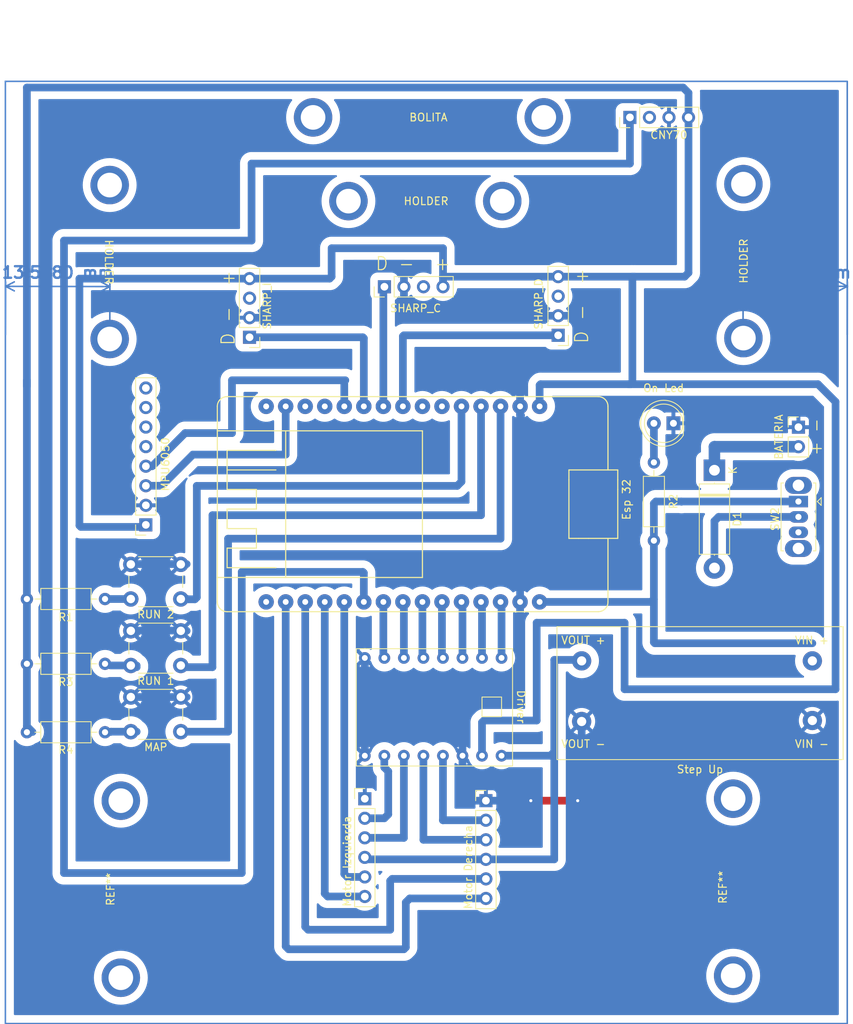
<source format=kicad_pcb>
(kicad_pcb (version 20211014) (generator pcbnew)
  (layers (0 "F.Cu" signal) (31 "B.Cu" signal) (34 "B.Paste" user) (35 "F.Paste" user) (36 "B.SilkS" user "B.Silkscreen") (37 "F.SilkS" user "F.Silkscreen") (38 "B.Mask" user) (39 "F.Mask" user) (44 "Edge.Cuts" user))
  (net 0 "")
  (net 5 "Net-(D1-Pad1)")
  (net 6 "Net-(D1-Pad2)")
  (net 7 "GND")
  (net 8 "Net-(D4-Pad2)")
  (net 9 "/Out_a_d")
  (net 10 "/Out_b_d")
  (net 11 "/VOUT")
  (net 12 "/MD_1")
  (net 13 "/MD_2")
  (net 14 "/Out_a_i")
  (net 15 "/Out_b_i")
  (net 16 "/MI_1")
  (net 17 "/MI_2")
  (net 18 "/SHARP_D")
  (net 20 "/3,3v")
  (net 21 "/SHARP_I")
  (net 23 "/CNY70")
  (net 25 "/SHARP_A")
  (net 27 "/SCL")
  (net 28 "/SDA")
  (net 33 "/BTN_MAP")
  (net 34 "/BTN_RUN_2")
  (net 35 "/BTN_RUN_1")
  (net 36 "/Vin")
  (net 38 "/PWMB")
  (net 39 "/BIN2")
  (net 40 "/BIN1")
  (net 41 "/STBY")
  (net 42 "/AIN1")
  (net 43 "/AIN2")
  (net 44 "/PWMA")
  (footprint "propios:MT3608" (layer "F.Cu") (at 155.9245 97.536 -90)
    (fp_text reference "Step Up" (at 10.16 18.6055 unlocked) (layer "F.SilkS"))
    (fp_text value "Mt3608")
    (fp_text user "VIN +" (at -6.604 4.064 unlocked) (layer "F.SilkS"))
    (fp_text user "VOUT -" (at 6.858 33.782 unlocked) (layer "F.SilkS"))
    (fp_text user "VIN -" (at 6.858 4.064 unlocked) (layer "F.SilkS"))
    (fp_text user "VOUT +" (at -6.604 33.782 unlocked) (layer "F.SilkS"))
    (fp_rect (start -8.382 0) (end 8.89 37.211) (layer "F.SilkS") (width 0.12) (fill none))
    (pad "1" thru_hole circle (at -3.937085 4 270) (size 2.5 2.5) (drill 1.2) (layers *.Cu *.Mask) (net 36 "/Vin"))
    (pad "2" thru_hole circle (at -3.937085 34 270) (size 2.5 2.5) (drill 1.2) (layers *.Cu *.Mask) (net 11 "/VOUT"))
    (pad "3" thru_hole circle (at 3.81 4 270) (size 2.5 2.5) (drill 1.2) (layers *.Cu *.Mask) (net 7 "GND"))
    (pad "4" thru_hole circle (at 3.937085 34 270) (size 2.5 2.5) (drill 1.2) (layers *.Cu *.Mask) (net 7 "GND"))
  )
  (footprint "Connector_PinHeader_2.54mm:PinHeader_1x02_P2.54mm_Vertical" (layer "F.Cu") (at 150.114 63.241)
    (fp_text reference "BATERIA" (at -2.54 1.275 90) (layer "F.SilkS"))
    (fp_text value "Conn_01x02_Male")
    (fp_line (start -1.33 3.87) (end 1.33 3.87) (layer "F.SilkS") (width 0.12))
    (fp_line (start 1.33 1.27) (end 1.33 3.87) (layer "F.SilkS") (width 0.12))
    (fp_line (start -1.33 0) (end -1.33 -1.33) (layer "F.SilkS") (width 0.12))
    (fp_line (start -1.33 -1.33) (end 0 -1.33) (layer "F.SilkS") (width 0.12))
    (fp_line (start -1.33 1.27) (end 1.33 1.27) (layer "F.SilkS") (width 0.12))
    (fp_line (start -1.33 1.27) (end -1.33 3.87) (layer "F.SilkS") (width 0.12))
    (pad "1" thru_hole rect (at 0 0) (size 1.7 1.7) (drill 1) (layers *.Cu *.Mask) (net 7 "GND"))
    (pad "2" thru_hole oval (at 0 2.54) (size 1.7 1.7) (drill 1) (layers *.Cu *.Mask) (net 5 "Net-(D1-Pad1)"))
  )
  (footprint "propios:tb6612fng" (layer "F.Cu") (at 116.588 100.838 -90)
    (fp_text reference "Driver" (at -1.27 2.542 -90 unlocked) (layer "F.SilkS"))
    (fp_text value "tb6612fng")
    (fp_rect (start -2.54 5.08) (end 0 7.62) (layer "F.SilkS") (width 0.12) (fill none))
    (fp_rect (start -8.82 3.65) (end 6.42 23.97) (layer "F.SilkS") (width 0.12) (fill none))
    (pad "1" thru_hole circle (at -7.62 5.08 270) (size 1.524 1.524) (drill 0.762) (layers *.Cu *.Mask) (net 44 "/PWMA"))
    (pad "2" thru_hole circle (at -7.62 7.62 270) (size 1.524 1.524) (drill 0.762) (layers *.Cu *.Mask) (net 43 "/AIN2"))
    (pad "3" thru_hole circle (at -7.62 10.16 270) (size 1.524 1.524) (drill 0.762) (layers *.Cu *.Mask) (net 42 "/AIN1"))
    (pad "4" thru_hole circle (at -7.62 12.7 270) (size 1.524 1.524) (drill 0.762) (layers *.Cu *.Mask) (net 41 "/STBY"))
    (pad "5" thru_hole circle (at -7.62 15.24 270) (size 1.524 1.524) (drill 0.762) (layers *.Cu *.Mask) (net 40 "/BIN1"))
    (pad "6" thru_hole circle (at -7.62 17.78 270) (size 1.524 1.524) (drill 0.762) (layers *.Cu *.Mask) (net 39 "/BIN2"))
    (pad "7" thru_hole circle (at -7.62 20.32 270) (size 1.524 1.524) (drill 0.762) (layers *.Cu *.Mask) (net 38 "/PWMB"))
    (pad "8" thru_hole circle (at -7.62 22.86 270) (size 1.524 1.524) (drill 0.762) (layers *.Cu *.Mask) (net 7 "GND"))
    (pad "9" thru_hole circle (at 5.08 22.86 270) (size 1.524 1.524) (drill 0.762) (layers *.Cu *.Mask) (net 7 "GND"))
    (pad "10" thru_hole circle (at 5.08 20.32 270) (size 1.524 1.524) (drill 0.762) (layers *.Cu *.Mask) (net 14 "/Out_a_i"))
    (pad "11" thru_hole circle (at 5.08 17.78 270) (size 1.524 1.524) (drill 0.762) (layers *.Cu *.Mask) (net 15 "/Out_b_i"))
    (pad "12" thru_hole circle (at 5.08 15.24 270) (size 1.524 1.524) (drill 0.762) (layers *.Cu *.Mask) (net 10 "/Out_b_d"))
    (pad "13" thru_hole circle (at 5.08 12.7 270) (size 1.524 1.524) (drill 0.762) (layers *.Cu *.Mask) (net 9 "/Out_a_d"))
    (pad "14" thru_hole circle (at 5.08 10.16 270) (size 1.524 1.524) (drill 0.762) (layers *.Cu *.Mask) (net 7 "GND"))
    (pad "15" thru_hole circle (at 5.08 7.62 270) (size 1.524 1.524) (drill 0.762) (layers *.Cu *.Mask) (net 20 "/3,3v"))
    (pad "16" thru_hole circle (at 5.08 5.08 270) (size 1.524 1.524) (drill 0.762) (layers *.Cu *.Mask) (net 11 "/VOUT"))
  )
  (footprint "Connector_PinSocket_2.54mm:PinSocket_1x08_P2.54mm_Vertical" (layer "F.Cu") (at 65.253 75.931 180)
    (fp_text reference "MPU6050" (at -2.54 7.869 90) (layer "F.SilkS"))
    (fp_text value "Conn_01x08_Female")
    (fp_line (start -1.33 19.11) (end 1.33 19.11) (layer "F.SilkS") (width 0.12))
    (fp_line (start -1.33 1.27) (end 1.33 1.27) (layer "F.SilkS") (width 0.12))
    (fp_line (start 1.33 1.27) (end 1.33 19.11) (layer "F.SilkS") (width 0.12))
    (fp_line (start -1.33 1.27) (end -1.33 19.11) (layer "F.SilkS") (width 0.12))
    (fp_line (start 0 -1.33) (end 1.33 -1.33) (layer "F.SilkS") (width 0.12))
    (fp_line (start 1.33 -1.33) (end 1.33 0) (layer "F.SilkS") (width 0.12))
    (pad "1" thru_hole rect (at 0 0 180) (size 1.7 1.7) (drill 1) (layers *.Cu *.Mask) (net 20 "/3,3v"))
    (pad "2" thru_hole oval (at 0 2.54 180) (size 1.7 1.7) (drill 1) (layers *.Cu *.Mask) (net 7 "GND"))
    (pad "3" thru_hole oval (at 0 5.08 180) (size 1.7 1.7) (drill 1) (layers *.Cu *.Mask) (net 27 "/SCL"))
    (pad "4" thru_hole oval (at 0 7.62 180) (size 1.7 1.7) (drill 1) (layers *.Cu *.Mask) (net 28 "/SDA"))
    (pad "5" thru_hole oval (at 0 10.16 180) (size 1.7 1.7) (drill 1) (layers *.Cu *.Mask))
    (pad "6" thru_hole oval (at 0 12.7 180) (size 1.7 1.7) (drill 1) (layers *.Cu *.Mask))
    (pad "7" thru_hole oval (at 0 15.24 180) (size 1.7 1.7) (drill 1) (layers *.Cu *.Mask))
    (pad "8" thru_hole oval (at 0 17.78 180) (size 1.7 1.7) (drill 1) (layers *.Cu *.Mask))
  )
  (footprint "LED_THT:LED_D5.0mm" (layer "F.Cu") (at 133.858 62.738 180)
    (fp_text reference "On Led" (at 1.27 4.572) (layer "F.SilkS"))
    (fp_text value "LED")
    (fp_line (start -1.29 -1.545) (end -1.29 1.545) (layer "F.SilkS") (width 0.12))
    (fp_arc (start -1.29 -1.54483) (mid 2.072002 -2.880433) (end 4.26 0.000462) (layer "F.SilkS") (width 0.12))
    (fp_arc (start 4.26 -0.000462) (mid 2.072002 2.880433) (end -1.29 1.54483) (layer "F.SilkS") (width 0.12))
    (fp_circle (center 1.27 0) (end 3.77 0) (layer "F.SilkS") (width 0.12) (fill none))
    (pad "1" thru_hole rect (at 0 0 180) (size 1.8 1.8) (drill 0.9) (layers *.Cu *.Mask) (net 7 "GND"))
    (pad "2" thru_hole circle (at 2.54 0 180) (size 1.8 1.8) (drill 0.9) (layers *.Cu *.Mask) (net 8 "Net-(D4-Pad2)"))
  )
  (footprint "Button_Switch_THT:SW_PUSH_6mm" (layer "F.Cu") (at 69.798 94.198 180)
    (fp_text reference "RUN 1" (at 3.25 -2) (layer "F.SilkS"))
    (fp_text value "SW_Push")
    (fp_line (start 1 5.5) (end 5.5 5.5) (layer "F.SilkS") (width 0.12))
    (fp_line (start 5.5 -1) (end 1 -1) (layer "F.SilkS") (width 0.12))
    (fp_line (start 6.75 3) (end 6.75 1.5) (layer "F.SilkS") (width 0.12))
    (fp_line (start -0.25 1.5) (end -0.25 3) (layer "F.SilkS") (width 0.12))
    (pad "1" thru_hole circle (at 0 0 270) (size 2 2) (drill 1.1) (layers *.Cu *.Mask) (net 35 "/BTN_RUN_1"))
    (pad "1" thru_hole circle (at 6.5 0 270) (size 2 2) (drill 1.1) (layers *.Cu *.Mask) (net 35 "/BTN_RUN_1"))
    (pad "2" thru_hole circle (at 6.5 4.5 270) (size 2 2) (drill 1.1) (layers *.Cu *.Mask) (net 7 "GND"))
    (pad "2" thru_hole circle (at 0 4.5 270) (size 2 2) (drill 1.1) (layers *.Cu *.Mask) (net 7 "GND"))
  )
  (footprint "Button_Switch_THT:SW_Slide_1P2T_CK_OS102011MS2Q" (layer "F.Cu") (at 150.114 72.898 -90)
    (fp_text reference "SW2" (at 2.286 3.048 90) (layer "F.SilkS"))
    (fp_text value "SW_DPDT_x2")
    (fp_line (start 0 -2.46) (end 0.5 -2.96) (layer "F.SilkS") (width 0.12))
    (fp_line (start -2.41 -2.26) (end 6.41 -2.26) (layer "F.SilkS") (width 0.12))
    (fp_line (start 0.5 -2.96) (end -0.5 -2.96) (layer "F.SilkS") (width 0.12))
    (fp_line (start -2.41 -1.95) (end -2.41 -2.26) (layer "F.SilkS") (width 0.12))
    (fp_line (start 6.41 -2.26) (end 6.41 -1.95) (layer "F.SilkS") (width 0.12))
    (fp_line (start -2.41 2.26) (end -2.41 1.95) (layer "F.SilkS") (width 0.12))
    (fp_line (start 6.41 2.26) (end -2.41 2.26) (layer "F.SilkS") (width 0.12))
    (fp_line (start -0.5 -2.96) (end 0 -2.46) (layer "F.SilkS") (width 0.12))
    (fp_line (start 6.41 2.26) (end 6.41 1.95) (layer "F.SilkS") (width 0.12))
    (pad "" thru_hole oval (at 6.1 0 270) (size 2.2 3.5) (drill 1.5) (layers *.Cu *.Mask))
    (pad "" thru_hole oval (at -2.1 0 270) (size 2.2 3.5) (drill 1.5) (layers *.Cu *.Mask))
    (pad "1" thru_hole rect (at 0 0 270) (size 1.5 2.5) (drill 0.8) (layers *.Cu *.Mask) (net 36 "/Vin"))
    (pad "2" thru_hole oval (at 2 0 270) (size 1.5 2.5) (drill 0.8) (layers *.Cu *.Mask) (net 6 "Net-(D1-Pad2)"))
    (pad "3" thru_hole oval (at 4 0 270) (size 1.5 2.5) (drill 0.8) (layers *.Cu *.Mask))
  )
  (footprint "Resistor_THT:R_Axial_DIN0207_L6.3mm_D2.5mm_P10.16mm_Horizontal" (layer "F.Cu") (at 131.318 77.978 90)
    (fp_text reference "R2" (at 5.08 2.54 90) (layer "F.SilkS"))
    (fp_text value "R")
    (fp_line (start 1.81 1.37) (end 8.35 1.37) (layer "F.SilkS") (width 0.12))
    (fp_line (start 9.12 0) (end 8.35 0) (layer "F.SilkS") (width 0.12))
    (fp_line (start 8.35 1.37) (end 8.35 -1.37) (layer "F.SilkS") (width 0.12))
    (fp_line (start 1.04 0) (end 1.81 0) (layer "F.SilkS") (width 0.12))
    (fp_line (start 1.81 -1.37) (end 1.81 1.37) (layer "F.SilkS") (width 0.12))
    (fp_line (start 8.35 -1.37) (end 1.81 -1.37) (layer "F.SilkS") (width 0.12))
    (pad "1" thru_hole circle (at 0 0 90) (size 1.6 1.6) (drill 0.8) (layers *.Cu *.Mask) (net 36 "/Vin"))
    (pad "2" thru_hole oval (at 10.16 0 90) (size 1.6 1.6) (drill 0.8) (layers *.Cu *.Mask) (net 8 "Net-(D4-Pad2)"))
  )
  (footprint "propios:BolitaHolder" (layer "F.Cu") (at 102 8)
    (fp_text reference "BOLITA" (at 0 15 unlocked) (layer "F.SilkS"))
    (fp_text value "BolitaHolder")
    (pad "1" thru_hole circle (at -15 15) (size 5 5) (drill 3.2) (layers *.Cu *.Mask))
    (pad "2" thru_hole circle (at 15 15) (size 5 5) (drill 3.2) (layers *.Cu *.Mask))
  )
  (footprint "Connector_PinHeader_2.54mm:PinHeader_1x04_P2.54mm_Vertical" (layer "F.Cu") (at 78.74 51.562 180)
    (fp_text reference "SHARP_I" (at -2.286 4.064 90) (layer "F.SilkS"))
    (fp_text value "Conn_01x04_Male")
    (fp_line (start -1.33 1.27) (end 1.33 1.27) (layer "F.SilkS") (width 0.12))
    (fp_line (start -1.33 0) (end -1.33 -1.33) (layer "F.SilkS") (width 0.12))
    (fp_line (start -1.33 -1.33) (end 0 -1.33) (layer "F.SilkS") (width 0.12))
    (fp_line (start 1.33 1.27) (end 1.33 8.95) (layer "F.SilkS") (width 0.12))
    (fp_line (start -1.33 8.95) (end 1.33 8.95) (layer "F.SilkS") (width 0.12))
    (fp_line (start -1.33 1.27) (end -1.33 8.95) (layer "F.SilkS") (width 0.12))
    (pad "1" thru_hole rect (at 0 0 180) (size 1.7 1.7) (drill 1) (layers *.Cu *.Mask) (net 21 "/SHARP_I"))
    (pad "2" thru_hole oval (at 0 2.54 180) (size 1.7 1.7) (drill 1) (layers *.Cu *.Mask) (net 7 "GND"))
    (pad "3" thru_hole oval (at 0 5.08 180) (size 1.7 1.7) (drill 1) (layers *.Cu *.Mask))
    (pad "4" thru_hole oval (at 0 7.62 180) (size 1.7 1.7) (drill 1) (layers *.Cu *.Mask) (net 20 "/3,3v"))
  )
  (footprint "Connector_PinHeader_2.54mm:PinHeader_1x06_P2.54mm_Vertical" (layer "F.Cu") (at 93.726 111.506)
    (fp_text reference "Motor Izquierda" (at -2.286 8.128 90) (layer "F.SilkS"))
    (fp_text value "Conn_01x06_Male")
    (fp_line (start -1.33 1.27) (end -1.33 14.03) (layer "F.SilkS") (width 0.12))
    (fp_line (start -1.33 14.03) (end 1.33 14.03) (layer "F.SilkS") (width 0.12))
    (fp_line (start -1.33 1.27) (end 1.33 1.27) (layer "F.SilkS") (width 0.12))
    (fp_line (start -1.33 -1.33) (end 0 -1.33) (layer "F.SilkS") (width 0.12))
    (fp_line (start 1.33 1.27) (end 1.33 14.03) (layer "F.SilkS") (width 0.12))
    (fp_line (start -1.33 0) (end -1.33 -1.33) (layer "F.SilkS") (width 0.12))
    (pad "1" thru_hole rect (at 0 0) (size 1.7 1.7) (drill 1) (layers *.Cu *.Mask) (net 7 "GND"))
    (pad "2" thru_hole oval (at 0 2.54) (size 1.7 1.7) (drill 1) (layers *.Cu *.Mask) (net 14 "/Out_a_i"))
    (pad "3" thru_hole oval (at 0 5.08) (size 1.7 1.7) (drill 1) (layers *.Cu *.Mask) (net 15 "/Out_b_i"))
    (pad "4" thru_hole oval (at 0 7.62) (size 1.7 1.7) (drill 1) (layers *.Cu *.Mask) (net 11 "/VOUT"))
    (pad "5" thru_hole oval (at 0 10.16) (size 1.7 1.7) (drill 1) (layers *.Cu *.Mask) (net 16 "/MI_1"))
    (pad "6" thru_hole oval (at 0 12.7) (size 1.7 1.7) (drill 1) (layers *.Cu *.Mask) (net 17 "/MI_2"))
  )
  (footprint "Resistor_THT:R_Axial_DIN0207_L6.3mm_D2.5mm_P10.16mm_Horizontal" (layer "F.Cu") (at 59.944 93.98 180)
    (fp_text reference "R3" (at 5.08 -2.37) (layer "F.SilkS"))
    (fp_text value "R")
    (fp_line (start 8.35 -1.37) (end 1.81 -1.37) (layer "F.SilkS") (width 0.12))
    (fp_line (start 1.81 1.37) (end 8.35 1.37) (layer "F.SilkS") (width 0.12))
    (fp_line (start 1.04 0) (end 1.81 0) (layer "F.SilkS") (width 0.12))
    (fp_line (start 8.35 1.37) (end 8.35 -1.37) (layer "F.SilkS") (width 0.12))
    (fp_line (start 1.81 -1.37) (end 1.81 1.37) (layer "F.SilkS") (width 0.12))
    (fp_line (start 9.12 0) (end 8.35 0) (layer "F.SilkS") (width 0.12))
    (pad "1" thru_hole circle (at 0 0 180) (size 1.6 1.6) (drill 0.8) (layers *.Cu *.Mask) (net 35 "/BTN_RUN_1"))
    (pad "2" thru_hole oval (at 10.16 0 180) (size 1.6 1.6) (drill 0.8) (layers *.Cu *.Mask) (net 20 "/3,3v"))
  )
  (footprint "Connector_PinHeader_2.54mm:PinHeader_1x06_P2.54mm_Vertical" (layer "F.Cu") (at 109.474 111.76)
    (fp_text reference "Motor Derecha" (at -2.286 8.636 90) (layer "F.SilkS"))
    (fp_text value "Conn_01x06_Male")
    (fp_line (start 1.33 1.27) (end 1.33 14.03) (layer "F.SilkS") (width 0.12))
    (fp_line (start -1.33 0) (end -1.33 -1.33) (layer "F.SilkS") (width 0.12))
    (fp_line (start -1.33 14.03) (end 1.33 14.03) (layer "F.SilkS") (width 0.12))
    (fp_line (start -1.33 -1.33) (end 0 -1.33) (layer "F.SilkS") (width 0.12))
    (fp_line (start -1.33 1.27) (end -1.33 14.03) (layer "F.SilkS") (width 0.12))
    (fp_line (start -1.33 1.27) (end 1.33 1.27) (layer "F.SilkS") (width 0.12))
    (pad "1" thru_hole rect (at 0 0) (size 1.7 1.7) (drill 1) (layers *.Cu *.Mask) (net 7 "GND"))
    (pad "2" thru_hole oval (at 0 2.54) (size 1.7 1.7) (drill 1) (layers *.Cu *.Mask) (net 9 "/Out_a_d"))
    (pad "3" thru_hole oval (at 0 5.08) (size 1.7 1.7) (drill 1) (layers *.Cu *.Mask) (net 10 "/Out_b_d"))
    (pad "4" thru_hole oval (at 0 7.62) (size 1.7 1.7) (drill 1) (layers *.Cu *.Mask) (net 11 "/VOUT"))
    (pad "5" thru_hole oval (at 0 10.16) (size 1.7 1.7) (drill 1) (layers *.Cu *.Mask) (net 12 "/MD_1"))
    (pad "6" thru_hole oval (at 0 12.7) (size 1.7 1.7) (drill 1) (layers *.Cu *.Mask) (net 13 "/MD_2"))
  )
  (footprint "propios:SharpHolder" (layer "F.Cu") (at 70.55 41.79 -90)
    (fp_text reference "HOLDER" (at 0 10.098 -90 unlocked) (layer "F.SilkS"))
    (fp_text value "SharpHolder")
    (pad "1" thru_hole circle (at -10 10 270) (size 5 5) (drill 3.2) (layers *.Cu *.Mask))
    (pad "2" thru_hole circle (at 10 10 270) (size 5 5) (drill 3.2) (layers *.Cu *.Mask))
  )
  (footprint "Button_Switch_THT:SW_PUSH_6mm" (layer "F.Cu") (at 69.798 85.562 180)
    (fp_text reference "RUN 2" (at 3.25 -2) (layer "F.SilkS"))
    (fp_text value "SW_Push")
    (fp_line (start 1 5.5) (end 5.5 5.5) (layer "F.SilkS") (width 0.12))
    (fp_line (start 5.5 -1) (end 1 -1) (layer "F.SilkS") (width 0.12))
    (fp_line (start 6.75 3) (end 6.75 1.5) (layer "F.SilkS") (width 0.12))
    (fp_line (start -0.25 1.5) (end -0.25 3) (layer "F.SilkS") (width 0.12))
    (pad "1" thru_hole circle (at 6.5 0 270) (size 2 2) (drill 1.1) (layers *.Cu *.Mask) (net 34 "/BTN_RUN_2"))
    (pad "1" thru_hole circle (at 0 0 270) (size 2 2) (drill 1.1) (layers *.Cu *.Mask) (net 34 "/BTN_RUN_2"))
    (pad "2" thru_hole circle (at 0 4.5 270) (size 2 2) (drill 1.1) (layers *.Cu *.Mask) (net 7 "GND"))
    (pad "2" thru_hole circle (at 6.5 4.5 270) (size 2 2) (drill 1.1) (layers *.Cu *.Mask) (net 7 "GND"))
  )
  (footprint "DOIT_ESP32:DOIT_ESP32_Devkit_mirko" (layer "F.Cu") (at 125.349 59.2695 -90)
    (fp_text reference "Esp 32" (at 13.3745 -2.413 90) (layer "F.SilkS"))
    (fp_text value "ESP32-Devkit-V1")
    (fp_line (start 4.445 24.13) (end 23.495 24.13) (layer "F.SilkS") (width 0.15))
    (fp_line (start 12.065 -1.27) (end 18.415 -1.27) (layer "F.SilkS") (width 0.15))
    (fp_line (start 19.685 45.72) (end 19.685 48.26) (layer "F.SilkS") (width 0.15))
    (fp_line (start 18.415 0) (end 26.67 0) (layer "F.SilkS") (width 0.15))
    (fp_line (start 12.065 49.53) (end 12.065 46.99) (layer "F.SilkS") (width 0.15))
    (fp_line (start 9.525 49.53) (end 9.525 43.18) (layer "F.SilkS") (width 0.15))
    (fp_line (start 9.525 49.53) (end 12.065 49.53) (layer "F.SilkS") (width 0.15))
    (fp_line (start 9.525 0) (end 1.27 0) (layer "F.SilkS") (width 0.15))
    (fp_line (start 27.94 1.27) (end 27.94 49.53) (layer "F.SilkS") (width 0.15))
    (fp_line (start 23.495 41.91) (end 4.445 41.91) (layer "F.SilkS") (width 0.15))
    (fp_line (start 18.415 -1.27) (end 18.415 2.54) (layer "F.SilkS") (width 0.15))
    (fp_line (start 23.495 24.13) (end 23.495 50.8) (layer "F.SilkS") (width 0.15))
    (fp_line (start 1.27 50.8) (end 26.67 50.8) (layer "F.SilkS") (width 0.15))
    (fp_line (start 9.525 -1.27) (end 9.525 5.08) (layer "F.SilkS") (width 0.15))
    (fp_line (start 10.795 -1.27) (end 9.525 -1.27) (layer "F.SilkS") (width 0.15))
    (fp_line (start 12.065 46.99) (end 12.065 45.72) (layer "F.SilkS") (width 0.15))
    (fp_line (start 6.985 49.53) (end 9.525 49.53) (layer "F.SilkS") (width 0.15))
    (fp_line (start 12.065 -1.27) (end 10.795 -1.27) (layer "F.SilkS") (width 0.15))
    (fp_line (start 12.065 45.72) (end 14.605 45.72) (layer "F.SilkS") (width 0.15))
    (fp_line (start 9.525 5.08) (end 10.795 5.08) (layer "F.SilkS") (width 0.15))
    (fp_line (start 4.445 50.8) (end 4.445 24.13) (layer "F.SilkS") (width 0.15))
    (fp_line (start 18.415 3.81) (end 18.415 2.54) (layer "F.SilkS") (width 0.15))
    (fp_line (start 19.685 48.26) (end 19.685 49.53) (layer "F.SilkS") (width 0.15))
    (fp_line (start 18.415 3.81) (end 18.415 5.08) (layer "F.SilkS") (width 0.15))
    (fp_line (start 17.145 49.53) (end 17.145 45.72) (layer "F.SilkS") (width 0.15))
    (fp_line (start 22.225 49.53) (end 22.225 43.18) (layer "F.SilkS") (width 0.15))
    (fp_line (start 18.415 5.08) (end 10.795 5.08) (layer "F.SilkS") (width 0.15))
    (fp_line (start 6.985 43.18) (end 6.985 49.53) (layer "F.SilkS") (width 0.15))
    (fp_line (start 19.685 49.53) (end 22.225 49.53) (layer "F.SilkS") (width 0.15))
    (fp_line (start 14.605 45.72) (end 14.605 49.53) (layer "F.SilkS") (width 0.15))
    (fp_line (start 14.605 49.53) (end 17.145 49.53) (layer "F.SilkS") (width 0.15))
    (fp_line (start 17.145 45.72) (end 19.685 45.72) (layer "F.SilkS") (width 0.15))
    (fp_line (start 0 49.53) (end 0 1.27) (layer "F.SilkS") (width 0.15))
    (fp_arc (start 27.94 49.53) (mid 27.568026 50.428026) (end 26.67 50.8) (layer "F.SilkS") (width 0.15))
    (fp_arc (start 26.67 0) (mid 27.568026 0.371974) (end 27.94 1.27) (layer "F.SilkS") (width 0.15))
    (fp_arc (start 1.27 50.8) (mid 0.371974 50.428026) (end 0 49.53) (layer "F.SilkS") (width 0.15))
    (fp_arc (start 0 1.27) (mid 0.371974 0.371974) (end 1.27 0) (layer "F.SilkS") (width 0.15))
    (pad "1" thru_hole circle locked (at 26.67 8.89 270) (size 2 2) (drill 0.762) (layers *.Cu *.Mask) (net 36 "/Vin"))
    (pad "2" thru_hole circle locked (at 26.67 11.43 270) (size 2 2) (drill 0.762) (layers *.Cu *.Mask) (net 7 "GND"))
    (pad "3" thru_hole circle locked (at 26.67 13.97 270) (size 2 2) (drill 0.762) (layers *.Cu *.Mask) (net 44 "/PWMA"))
    (pad "4" thru_hole circle locked (at 26.67 16.51 270) (size 2 2) (drill 0.762) (layers *.Cu *.Mask) (net 43 "/AIN2"))
    (pad "5" thru_hole circle locked (at 26.67 19.05 270) (size 2 2) (drill 0.762) (layers *.Cu *.Mask) (net 42 "/AIN1"))
    (pad "6" thru_hole circle locked (at 26.67 21.59 270) (size 2 2) (drill 0.762) (layers *.Cu *.Mask) (net 41 "/STBY"))
    (pad "7" thru_hole circle locked (at 26.67 24.13 270) (size 2 2) (drill 0.762) (layers *.Cu *.Mask) (net 40 "/BIN1"))
    (pad "8" thru_hole circle locked (at 26.67 26.67 270) (size 2 2) (drill 0.762) (layers *.Cu *.Mask) (net 39 "/BIN2"))
    (pad "9" thru_hole circle locked (at 26.67 29.21 270) (size 2 2) (drill 0.762) (layers *.Cu *.Mask) (net 38 "/PWMB"))
    (pad "10" thru_hole circle locked (at 26.67 31.75 270) (size 2 2) (drill 0.762) (layers *.Cu *.Mask) (net 23 "/CNY70"))
    (pad "11" thru_hole circle locked (at 26.67 34.29 270) (size 2 2) (drill 0.762) (layers *.Cu *.Mask) (net 16 "/MI_1"))
    (pad "12" thru_hole circle locked (at 26.67 36.83 270) (size 2 2) (drill 0.762) (layers *.Cu *.Mask) (net 17 "/MI_2"))
    (pad "13" thru_hole circle locked (at 26.67 39.37 270) (size 2 2) (drill 0.762) (layers *.Cu *.Mask) (net 12 "/MD_1"))
    (pad "14" thru_hole circle locked (at 26.67 41.91 270) (size 2 2) (drill 0.762) (layers *.Cu *.Mask) (net 13 "/MD_2"))
    (pad "15" thru_hole circle locked (at 26.67 44.45 270) (size 2 2) (drill 0.762) (layers *.Cu *.Mask))
    (pad "16" thru_hole circle locked (at 1.27 44.45 270) (size 2 2) (drill 0.762) (layers *.Cu *.Mask))
    (pad "17" thru_hole circle locked (at 1.27 41.91 270) (size 2 2) (drill 0.762) (layers *.Cu *.Mask) (net 27 "/SCL"))
    (pad "18" thru_hole circle locked (at 1.27 39.37 270) (size 2 2) (drill 0.762) (layers *.Cu *.Mask))
    (pad "19" thru_hole circle locked (at 1.27 36.83 270) (size 2 2) (drill 0.762) (layers *.Cu *.Mask))
    (pad "20" thru_hole circle locked (at 1.27 34.29 270) (size 2 2) (drill 0.762) (layers *.Cu *.Mask) (net 28 "/SDA"))
    (pad "21" thru_hole circle locked (at 1.27 31.75 270) (size 2 2) (drill 0.762) (layers *.Cu *.Mask) (net 21 "/SHARP_I"))
    (pad "22" thru_hole circle locked (at 1.27 29.21 270) (size 2 2) (drill 0.762) (layers *.Cu *.Mask) (net 25 "/SHARP_A"))
    (pad "23" thru_hole circle locked (at 1.27 26.67 270) (size 2 2) (drill 0.762) (layers *.Cu *.Mask) (net 18 "/SHARP_D"))
    (pad "24" thru_hole circle locked (at 1.27 24.13 270) (size 2 2) (drill 0.762) (layers *.Cu *.Mask))
    (pad "25" thru_hole circle locked (at 1.27 21.59 270) (size 2 2) (drill 0.762) (layers *.Cu *.Mask))
    (pad "26" thru_hole circle locked (at 1.27 19.05 270) (size 2 2) (drill 0.762) (layers *.Cu *.Mask) (net 34 "/BTN_RUN_2"))
    (pad "27" thru_hole circle locked (at 1.27 16.51 270) (size 2 2) (drill 0.762) (layers *.Cu *.Mask) (net 35 "/BTN_RUN_1"))
    (pad "28" thru_hole circle locked (at 1.27 13.97 270) (size 2 2) (drill 0.762) (layers *.Cu *.Mask) (net 33 "/BTN_MAP"))
    (pad "29" thru_hole circle locked (at 1.27 11.43 270) (size 2 2) (drill 0.762) (layers *.Cu *.Mask) (net 7 "GND"))
    (pad "30" thru_hole circle locked (at 1.27 8.89 270) (size 2 2) (drill 0.762) (layers *.Cu *.Mask) (net 20 "/3,3v"))
  )
  (footprint "Connector_PinHeader_2.54mm:PinHeader_1x04_P2.54mm_Vertical" (layer "F.Cu") (at 118.872 51.308 180)
    (fp_text reference "SHARP_D" (at 2.54 4.064 90) (layer "F.SilkS"))
    (fp_text value "Conn_01x04_Male")
    (fp_line (start -1.33 -1.33) (end 0 -1.33) (layer "F.SilkS") (width 0.12))
    (fp_line (start -1.33 8.95) (end 1.33 8.95) (layer "F.SilkS") (width 0.12))
    (fp_line (start -1.33 1.27) (end 1.33 1.27) (layer "F.SilkS") (width 0.12))
    (fp_line (start -1.33 1.27) (end -1.33 8.95) (layer "F.SilkS") (width 0.12))
    (fp_line (start 1.33 1.27) (end 1.33 8.95) (layer "F.SilkS") (width 0.12))
    (fp_line (start -1.33 0) (end -1.33 -1.33) (layer "F.SilkS") (width 0.12))
    (pad "1" thru_hole rect (at 0 0 180) (size 1.7 1.7) (drill 1) (layers *.Cu *.Mask) (net 18 "/SHARP_D"))
    (pad "2" thru_hole oval (at 0 2.54 180) (size 1.7 1.7) (drill 1) (layers *.Cu *.Mask) (net 7 "GND"))
    (pad "3" thru_hole oval (at 0 5.08 180) (size 1.7 1.7) (drill 1) (layers *.Cu *.Mask))
    (pad "4" thru_hole oval (at 0 7.62 180) (size 1.7 1.7) (drill 1) (layers *.Cu *.Mask) (net 20 "/3,3v"))
  )
  (footprint "propios:MotorHolder" (layer "F.Cu") (at 50.5 123.26 90)
    (fp_text reference "REF**" (at 0 10.16 90 unlocked) (layer "F.SilkS"))
    (fp_text value "MotorHolder")
    (pad "1" thru_hole circle (at -11.5 11.5 90) (size 5 5) (drill 3.2) (layers *.Cu *.Mask))
    (pad "2" thru_hole circle (at 11.5 11.5 90) (size 5 5) (drill 3.2) (layers *.Cu *.Mask))
  )
  (footprint "propios:MotorHolder" (layer "F.Cu") (at 130.125 123 90)
    (fp_text reference "REF**" (at 0 10.16 90 unlocked) (layer "F.SilkS"))
    (fp_text value "MotorHolder")
    (pad "1" thru_hole circle (at -11.5 11.5 90) (size 5 5) (drill 3.2) (layers *.Cu *.Mask))
    (pad "2" thru_hole circle (at 11.5 11.5 90) (size 5 5) (drill 3.2) (layers *.Cu *.Mask))
  )
  (footprint "Button_Switch_THT:SW_PUSH_6mm" (layer "F.Cu") (at 69.798 102.798 180)
    (fp_text reference "MAP" (at 3.25 -2) (layer "F.SilkS"))
    (fp_text value "SW_Push")
    (fp_line (start 5.5 -1) (end 1 -1) (layer "F.SilkS") (width 0.12))
    (fp_line (start -0.25 1.5) (end -0.25 3) (layer "F.SilkS") (width 0.12))
    (fp_line (start 6.75 3) (end 6.75 1.5) (layer "F.SilkS") (width 0.12))
    (fp_line (start 1 5.5) (end 5.5 5.5) (layer "F.SilkS") (width 0.12))
    (pad "1" thru_hole circle (at 0 0 270) (size 2 2) (drill 1.1) (layers *.Cu *.Mask) (net 33 "/BTN_MAP"))
    (pad "1" thru_hole circle (at 6.5 0 270) (size 2 2) (drill 1.1) (layers *.Cu *.Mask) (net 33 "/BTN_MAP"))
    (pad "2" thru_hole circle (at 6.5 4.5 270) (size 2 2) (drill 1.1) (layers *.Cu *.Mask) (net 7 "GND"))
    (pad "2" thru_hole circle (at 0 4.5 270) (size 2 2) (drill 1.1) (layers *.Cu *.Mask) (net 7 "GND"))
  )
  (footprint "propios:SharpHolder" (layer "F.Cu") (at 132.96 41.67 90)
    (fp_text reference "HOLDER" (at 0.014 10.042 90 unlocked) (layer "F.SilkS"))
    (fp_text value "SharpHolder")
    (pad "1" thru_hole circle (at -10 10 90) (size 5 5) (drill 3.2) (layers *.Cu *.Mask))
    (pad "2" thru_hole circle (at 10 10 90) (size 5 5) (drill 3.2) (layers *.Cu *.Mask))
  )
  (footprint "Connector_PinHeader_2.54mm:PinHeader_1x04_P2.54mm_Vertical" (layer "F.Cu") (at 128.2 23 90)
    (fp_text reference "CNY70" (at -2.286 5.07 180) (layer "F.SilkS"))
    (fp_text value "Conn_01x04_Male")
    (fp_line (start -1.33 8.95) (end 1.33 8.95) (layer "F.SilkS") (width 0.12))
    (fp_line (start -1.33 1.27) (end -1.33 8.95) (layer "F.SilkS") (width 0.12))
    (fp_line (start -1.33 -1.33) (end 0 -1.33) (layer "F.SilkS") (width 0.12))
    (fp_line (start 1.33 1.27) (end 1.33 8.95) (layer "F.SilkS") (width 0.12))
    (fp_line (start -1.33 0) (end -1.33 -1.33) (layer "F.SilkS") (width 0.12))
    (fp_line (start -1.33 1.27) (end 1.33 1.27) (layer "F.SilkS") (width 0.12))
    (pad "1" thru_hole rect (at 0 0 90) (size 1.7 1.7) (drill 1) (layers *.Cu *.Mask) (net 23 "/CNY70"))
    (pad "2" thru_hole oval (at 0 2.54 90) (size 1.7 1.7) (drill 1) (layers *.Cu *.Mask))
    (pad "3" thru_hole oval (at 0 5.08 90) (size 1.7 1.7) (drill 1) (layers *.Cu *.Mask) (net 7 "GND"))
    (pad "4" thru_hole oval (at 0 7.62 90) (size 1.7 1.7) (drill 1) (layers *.Cu *.Mask) (net 20 "/3,3v"))
  )
  (footprint "Resistor_THT:R_Axial_DIN0207_L6.3mm_D2.5mm_P10.16mm_Horizontal" (layer "F.Cu") (at 59.944 85.562 180)
    (fp_text reference "R1" (at 5.08 -2.37) (layer "F.SilkS"))
    (fp_text value "R")
    (fp_line (start 9.12 0) (end 8.35 0) (layer "F.SilkS") (width 0.12))
    (fp_line (start 1.04 0) (end 1.81 0) (layer "F.SilkS") (width 0.12))
    (fp_line (start 8.35 -1.37) (end 1.81 -1.37) (layer "F.SilkS") (width 0.12))
    (fp_line (start 8.35 1.37) (end 8.35 -1.37) (layer "F.SilkS") (width 0.12))
    (fp_line (start 1.81 -1.37) (end 1.81 1.37) (layer "F.SilkS") (width 0.12))
    (fp_line (start 1.81 1.37) (end 8.35 1.37) (layer "F.SilkS") (width 0.12))
    (pad "1" thru_hole circle (at 0 0 180) (size 1.6 1.6) (drill 0.8) (layers *.Cu *.Mask) (net 34 "/BTN_RUN_2"))
    (pad "2" thru_hole oval (at 10.16 0 180) (size 1.6 1.6) (drill 0.8) (layers *.Cu *.Mask) (net 20 "/3,3v"))
  )
  (footprint "Connector_PinHeader_2.54mm:PinHeader_1x04_P2.54mm_Vertical" (layer "F.Cu") (at 96.276 45 90)
    (fp_text reference "SHARP_C" (at -2.794 4.054 180) (layer "F.SilkS"))
    (fp_text value "Conn_01x04_Male")
    (fp_line (start -1.33 1.27) (end 1.33 1.27) (layer "F.SilkS") (width 0.12))
    (fp_line (start 1.33 1.27) (end 1.33 8.95) (layer "F.SilkS") (width 0.12))
    (fp_line (start -1.33 -1.33) (end 0 -1.33) (layer "F.SilkS") (width 0.12))
    (fp_line (start -1.33 1.27) (end -1.33 8.95) (layer "F.SilkS") (width 0.12))
    (fp_line (start -1.33 0) (end -1.33 -1.33) (layer "F.SilkS") (width 0.12))
    (fp_line (start -1.33 8.95) (end 1.33 8.95) (layer "F.SilkS") (width 0.12))
    (pad "1" thru_hole rect (at 0 0 90) (size 1.7 1.7) (drill 1) (layers *.Cu *.Mask) (net 25 "/SHARP_A"))
    (pad "2" thru_hole oval (at 0 2.54 90) (size 1.7 1.7) (drill 1) (layers *.Cu *.Mask) (net 7 "GND"))
    (pad "3" thru_hole oval (at 0 5.08 90) (size 1.7 1.7) (drill 1) (layers *.Cu *.Mask))
    (pad "4" thru_hole oval (at 0 7.62 90) (size 1.7 1.7) (drill 1) (layers *.Cu *.Mask) (net 20 "/3,3v"))
  )
  (footprint "Diode_THT:D_5W_P12.70mm_Horizontal" (layer "F.Cu") (at 139.192 68.834 -90)
    (fp_text reference "D1" (at 6.35 -2.97 90) (layer "F.SilkS"))
    (fp_text value "DIODE")
    (fp_text user "K" (at 0 -2.4 90) (layer "F.SilkS"))
    (fp_line (start 1.78 -1.97) (end 1.78 1.97) (layer "F.SilkS") (width 0.12))
    (fp_line (start 1.64 0) (end 1.78 0) (layer "F.SilkS") (width 0.12))
    (fp_line (start 10.92 1.97) (end 10.92 -1.97) (layer "F.SilkS") (width 0.12))
    (fp_line (start 3.355 -1.97) (end 3.355 1.97) (layer "F.SilkS") (width 0.12))
    (fp_line (start 10.92 -1.97) (end 1.78 -1.97) (layer "F.SilkS") (width 0.12))
    (fp_line (start 3.235 -1.97) (end 3.235 1.97) (layer "F.SilkS") (width 0.12))
    (fp_line (start 3.115 -1.97) (end 3.115 1.97) (layer "F.SilkS") (width 0.12))
    (fp_line (start 11.06 0) (end 10.92 0) (layer "F.SilkS") (width 0.12))
    (fp_line (start 1.78 1.97) (end 10.92 1.97) (layer "F.SilkS") (width 0.12))
    (pad "1" thru_hole rect (at 0 0 270) (size 2.8 2.8) (drill 1.4) (layers *.Cu *.Mask) (net 5 "Net-(D1-Pad1)"))
    (pad "2" thru_hole oval (at 12.7 0 270) (size 2.8 2.8) (drill 1.4) (layers *.Cu *.Mask) (net 6 "Net-(D1-Pad2)"))
  )
  (footprint "propios:SharpHolder" (layer "F.Cu") (at 101.6 23.875)
    (fp_text reference "HOLDER" (at 0.1 10.005 unlocked) (layer "F.SilkS"))
    (fp_text value "SharpHolder")
    (pad "1" thru_hole circle (at -10 10) (size 5 5) (drill 3.2) (layers *.Cu *.Mask))
    (pad "2" thru_hole circle (at 10 10) (size 5 5) (drill 3.2) (layers *.Cu *.Mask))
  )
  (footprint "Resistor_THT:R_Axial_DIN0207_L6.3mm_D2.5mm_P10.16mm_Horizontal" (layer "F.Cu") (at 49.784 102.87)
    (fp_text reference "R4" (at 5.08 2.286) (layer "F.SilkS"))
    (fp_text value "R")
    (fp_line (start 1.81 -1.37) (end 1.81 1.37) (layer "F.SilkS") (width 0.12))
    (fp_line (start 9.12 0) (end 8.35 0) (layer "F.SilkS") (width 0.12))
    (fp_line (start 1.81 1.37) (end 8.35 1.37) (layer "F.SilkS") (width 0.12))
    (fp_line (start 8.35 1.37) (end 8.35 -1.37) (layer "F.SilkS") (width 0.12))
    (fp_line (start 1.04 0) (end 1.81 0) (layer "F.SilkS") (width 0.12))
    (fp_line (start 8.35 -1.37) (end 1.81 -1.37) (layer "F.SilkS") (width 0.12))
    (pad "1" thru_hole circle (at 0 0) (size 1.6 1.6) (drill 0.8) (layers *.Cu *.Mask) (net 20 "/3,3v"))
    (pad "2" thru_hole oval (at 10.16 0) (size 1.6 1.6) (drill 0.8) (layers *.Cu *.Mask) (net 33 "/BTN_MAP"))
  )
  (gr_rect (start 46.99 18.32) (end 156.464 140.716) (layer "B.Cu") (width 0.2) (fill none))
  (gr_text "D -  +" (at 75.946 47.752 90) (layer "F.SilkS") (effects (font (size 1.7 1.7))))
  (gr_text "D -  +" (at 121.92 47.498 90) (layer "F.SilkS") (effects (font (size 1.7 1.7))))
  (gr_text "D -  +" (at 100 42) (layer "F.SilkS") (effects (font (size 1.7 1.7))))
  (gr_text "+ -\n" (at 152.4 64.516 90) (layer "F.SilkS") (effects (font (size 1.5 1.5))))
  (dimension (type aligned) (layer "B.Cu") (pts (xy 60.565017 51.746) (xy 47.007017 51.72)) (height 6.770012) (gr_text "13,5580 mm" (at 53.802452 43.163003 -0.1098752354) (layer "B.Cu") (effects (font (size 1.5 1.5) (thickness 0.3)))) (format (units 3) (units_format 1) (precision 4)) (style (thickness 0.2) (arrow_length 1.27) (text_position_mode 0) (extension_height 0.58642) (extension_offset 0.5) keep_text_aligned))
  (dimension (type aligned) (layer "B.Cu") (pts (xy 156.467017 51.71) (xy 142.909017 51.684)) (height 6.770012) (gr_text "13,5580 mm" (at 149.704452 43.127003 -0.1098752354) (layer "B.Cu") (effects (font (size 1.5 1.5) (thickness 0.3)))) (format (units 3) (units_format 1) (precision 4)) (style (thickness 0.2) (arrow_length 1.27) (text_position_mode 0) (extension_height 0.58642) (extension_offset 0.5) keep_text_aligned))
  (segment (start 139.197 65.781) (end 139.192 65.786) (width 1.5) (layer "B.Cu") (net 5))
  (segment (start 150.114 65.781) (end 139.197 65.781) (width 1.5) (layer "B.Cu") (net 5))
  (segment (start 139.192 65.786) (end 139.192 68.834) (width 1.5) (layer "B.Cu") (net 5))
  (segment (start 139.192 75.438) (end 139.192 81.534) (width 1) (layer "B.Cu") (net 6))
  (segment (start 139.732 74.898) (end 139.192 75.438) (width 1) (layer "B.Cu") (net 6))
  (segment (start 150.114 74.898) (end 139.732 74.898) (width 1) (layer "B.Cu") (net 6))
  (segment (start 115.316 111.76) (end 121.412 111.76) (width 1) (layer "F.Cu") (net 7))
  (via (at 121.412 111.76) (size 0.8) (drill 0.4) (layers "F.Cu" "B.Cu") (net 7))
  (via (at 115.316 111.76) (size 0.8) (drill 0.4) (layers "F.Cu" "B.Cu") (net 7))
  (segment (start 92.456 48.768) (end 92.456 42) (width 1) (layer "B.Cu") (net 7))
  (segment (start 123.444 54.102) (end 123.444 48.768) (width 1) (layer "B.Cu") (net 7))
  (segment (start 106.428 111.508) (end 106.428 105.918) (width 1) (layer "B.Cu") (net 7))
  (segment (start 106.428 98.046) (end 93.728 98.046) (width 1) (layer "B.Cu") (net 7))
  (segment (start 69.762 89.662) (end 63.334 89.662) (width 1) (layer "B.Cu") (net 7))
  (segment (start 64.096 89.662) (end 64.06 89.698) (width 1) (layer "B.Cu") (net 7))
  (segment (start 113.919 97.917) (end 113.919 88.265) (width 1) (layer "B.Cu") (net 7))
  (segment (start 98.724 42) (end 98.816 42.092) (width 1) (layer "B.Cu") (net 7))
  (segment (start 67.056 81.062) (end 67.02 81.026) (width 1) (layer "B.Cu") (net 7))
  (segment (start 98.816 42.092) (end 98.816 48.524) (width 1) (layer "B.Cu") (net 7))
  (segment (start 93.728 105.918) (end 93.728 98.046) (width 1) (layer "B.Cu") (net 7))
  (segment (start 67.092 98.298) (end 67.056 98.262) (width 1) (layer "B.Cu") (net 7))
  (segment (start 109.474 111.76) (end 106.68 111.76) (width 1) (layer "B.Cu") (net 7))
  (segment (start 109.474 111.76) (end 115.316 111.76) (width 1) (layer "B.Cu") (net 7))
  (segment (start 93.726 111.76) (end 93.728 111.758) (width 1) (layer "B.Cu") (net 7))
  (segment (start 92.456 42) (end 98.724 42) (width 1) (layer "B.Cu") (net 7))
  (segment (start 121.9245 111.2475) (end 121.9245 101.473085) (width 1) (layer "B.Cu") (net 7))
  (segment (start 64.06 89.698) (end 64.06 89.916) (width 1) (layer "B.Cu") (net 7))
  (segment (start 67.02 81.026) (end 64.06 81.026) (width 1) (layer "B.Cu") (net 7))
  (segment (start 114.046 61.722) (end 113.919 61.595) (width 1) (layer "B.Cu") (net 7))
  (segment (start 113.919 54.737) (end 114.3 54.356) (width 1) (layer "B.Cu") (net 7))
  (segment (start 106.428 98.046) (end 106.426 98.044) (width 1) (layer "B.Cu") (net 7))
  (segment (start 123.444 48.768) (end 118.872 48.768) (width 1) (layer "B.Cu") (net 7))
  (segment (start 113.792 98.044) (end 114.046 97.79) (width 1) (layer "B.Cu") (net 7))
  (segment (start 113.919 88.265) (end 113.919 85.9395) (width 1) (layer "B.Cu") (net 7))
  (segment (start 113.919 61.595) (end 113.919 54.737) (width 1) (layer "B.Cu") (net 7))
  (segment (start 121.412 111.76) (end 121.9245 111.2475) (width 1) (layer "B.Cu") (net 7))
  (segment (start 70.56 89.698) (end 70.524 89.662) (width 1) (layer "B.Cu") (net 7))
  (segment (start 106.428 105.918) (end 106.428 98.046) (width 1) (layer "B.Cu") (net 7))
  (segment (start 70.56 98.298) (end 67.092 98.298) (width 1) (layer "B.Cu") (net 7))
  (segment (start 93.728 98.046) (end 93.728 93.218) (width 1) (layer "B.Cu") (net 7))
  (segment (start 78.74 49.022) (end 92.202 49.022) (width 1) (layer "B.Cu") (net 7))
  (segment (start 106.426 98.044) (end 113.792 98.044) (width 1) (layer "B.Cu") (net 7))
  (segment (start 98.816 48.524) (end 99.06 48.768) (width 1) (layer "B.Cu") (net 7))
  (segment (start 114.046 98.044) (end 113.919 97.917) (width 1) (layer "B.Cu") (net 7))
  (segment (start 67.02 98.298) (end 67.056 98.262) (width 1) (layer "B.Cu") (net 7))
  (segment (start 70.56 81.026) (end 67.02 81.026) (width 1) (layer "B.Cu") (net 7))
  (segment (start 106.68 111.76) (end 106.428 111.508) (width 1) (layer "B.Cu") (net 7))
  (segment (start 113.919 60.5395) (end 113.919 85.9395) (width 1) (layer "B.Cu") (net 7))
  (segment (start 92.202 49.022) (end 92.456 48.768) (width 1) (layer "B.Cu") (net 7))
  (segment (start 123.19 54.356) (end 123.444 54.102) (width 1) (layer "B.Cu") (net 7))
  (segment (start 64.06 98.298) (end 67.02 98.298) (width 1) (layer "B.Cu") (net 7))
  (segment (start 114.3 54.356) (end 123.19 54.356) (width 1) (layer "B.Cu") (net 7))
  (segment (start 99.06 48.768) (end 118.872 48.768) (width 1) (layer "B.Cu") (net 7))
  (segment (start 131.318 67.818) (end 131.318 62.738) (width 1) (layer "B.Cu") (net 8))
  (segment (start 103.888 114.298) (end 103.888 105.918) (width 1) (layer "B.Cu") (net 9))
  (segment (start 103.886 114.3) (end 103.888 114.298) (width 1) (layer "B.Cu") (net 9))
  (segment (start 109.474 114.3) (end 103.886 114.3) (width 1) (layer "B.Cu") (net 9))
  (segment (start 101.348 116.84) (end 101.348 105.918) (width 1) (layer "B.Cu") (net 10))
  (segment (start 109.474 116.84) (end 101.348 116.84) (width 1) (layer "B.Cu") (net 10))
  (segment (start 118.364 93.472) (end 121.797585 93.472) (width 1) (layer "B.Cu") (net 11))
  (segment (start 109.474 119.38) (end 93.98 119.38) (width 1) (layer "B.Cu") (net 11))
  (segment (start 118.364 105.41) (end 118.364 93.472) (width 1) (layer "B.Cu") (net 11))
  (segment (start 109.474 119.38) (end 118.364 119.38) (width 1) (layer "B.Cu") (net 11))
  (segment (start 117.856 105.918) (end 111.508 105.918) (width 1) (layer "B.Cu") (net 11))
  (segment (start 121.797585 93.472) (end 121.9245 93.598915) (width 1) (layer "B.Cu") (net 11))
  (segment (start 118.364 119.38) (end 118.364 105.41) (width 1) (layer "B.Cu") (net 11))
  (segment (start 93.98 119.38) (end 93.726 119.126) (width 1) (layer "B.Cu") (net 11))
  (segment (start 118.364 105.41) (end 117.856 105.918) (width 1) (layer "B.Cu") (net 11))
  (segment (start 109.474 121.92) (end 97.282 121.92) (width 1) (layer "B.Cu") (net 12))
  (segment (start 86.36 128.524) (end 85.979 128.143) (width 1) (layer "B.Cu") (net 12))
  (segment (start 85.979 128.143) (end 85.979 85.9395) (width 1) (layer "B.Cu") (net 12))
  (segment (start 97.028 128.524) (end 86.36 128.524) (width 1) (layer "B.Cu") (net 12))
  (segment (start 97.028 122.174) (end 97.028 128.524) (width 1) (layer "B.Cu") (net 12))
  (segment (start 97.282 121.92) (end 97.028 122.174) (width 1) (layer "B.Cu") (net 12))
  (segment (start 83.439 130.683) (end 83.439 85.9395) (width 1) (layer "B.Cu") (net 13))
  (segment (start 99.06 130.81) (end 98.806 131.064) (width 1) (layer "B.Cu") (net 13))
  (segment (start 109.474 124.46) (end 99.568 124.46) (width 1) (layer "B.Cu") (net 13))
  (segment (start 99.06 124.968) (end 99.06 130.81) (width 1) (layer "B.Cu") (net 13))
  (segment (start 98.806 131.064) (end 83.82 131.064) (width 1) (layer "B.Cu") (net 13))
  (segment (start 83.82 131.064) (end 83.439 130.683) (width 1) (layer "B.Cu") (net 13))
  (segment (start 99.568 124.46) (end 99.06 124.968) (width 1) (layer "B.Cu") (net 13))
  (segment (start 96.774 113.538) (end 96.774 107.95) (width 1) (layer "B.Cu") (net 14))
  (segment (start 96.266 105.92) (end 96.268 105.918) (width 1) (layer "B.Cu") (net 14))
  (segment (start 93.726 114.046) (end 96.266 114.046) (width 1) (layer "B.Cu") (net 14))
  (segment (start 96.774 107.95) (end 96.266 107.442) (width 1) (layer "B.Cu") (net 14))
  (segment (start 96.266 107.442) (end 96.266 105.92) (width 1) (layer "B.Cu") (net 14))
  (segment (start 96.266 114.046) (end 96.774 113.538) (width 1) (layer "B.Cu") (net 14))
  (segment (start 98.808 116.584) (end 98.806 116.586) (width 1) (layer "B.Cu") (net 15))
  (segment (start 98.808 105.918) (end 98.808 116.584) (width 1) (layer "B.Cu") (net 15))
  (segment (start 98.806 116.586) (end 93.726 116.586) (width 1) (layer "B.Cu") (net 15))
  (segment (start 93.726 121.666) (end 91.44 121.666) (width 1) (layer "B.Cu") (net 16))
  (segment (start 91.059 121.285) (end 91.059 85.9395) (width 1) (layer "B.Cu") (net 16))
  (segment (start 91.44 121.666) (end 91.059 121.285) (width 1) (layer "B.Cu") (net 16))
  (segment (start 88.519 123.825) (end 88.519 85.9395) (width 1) (layer "B.Cu") (net 17))
  (segment (start 88.9 124.206) (end 88.519 123.825) (width 1) (layer "B.Cu") (net 17))
  (segment (start 93.726 124.206) (end 88.9 124.206) (width 1) (layer "B.Cu") (net 17))
  (segment (start 118.872 51.308) (end 98.806 51.308) (width 1) (layer "B.Cu") (net 18))
  (segment (start 98.806 51.308) (end 98.679 51.435) (width 1) (layer "B.Cu") (net 18))
  (segment (start 98.679 51.435) (end 98.679 60.5395) (width 1) (layer "B.Cu") (net 18))
  (segment (start 103.896 43.678) (end 103.896 40) (width 1) (layer "B.Cu") (net 20))
  (segment (start 89.408 43.688) (end 89.154 43.942) (width 1) (layer "B.Cu") (net 20))
  (segment (start 128.524 43.942) (end 128.524 57.404) (width 1) (layer "B.Cu") (net 20))
  (segment (start 108.968 101.602) (end 108.968 105.918) (width 1) (layer "B.Cu") (net 20))
  (segment (start 128.524 43.688) (end 128.651 43.815) (width 1) (layer "B.Cu") (net 20))
  (segment (start 49.784 57.912) (end 49.784 19.12) (width 1) (layer "B.Cu") (net 20))
  (segment (start 103.886 43.688) (end 103.896 43.678) (width 1) (layer "B.Cu") (net 20))
  (segment (start 103.896 40) (end 89.408 40) (width 1) (layer "B.Cu") (net 20))
  (segment (start 128.778 43.688) (end 135.312 43.688) (width 1) (layer "B.Cu") (net 20))
  (segment (start 152.654 57.658) (end 154.94 59.944) (width 1) (layer "B.Cu") (net 20))
  (segment (start 154.94 59.944) (end 154.94 97.282) (width 1) (layer "B.Cu") (net 20))
  (segment (start 118.872 43.688) (end 128.524 43.688) (width 1) (layer "B.Cu") (net 20))
  (segment (start 56.62 76.01) (end 56.62 43.942) (width 1) (layer "B.Cu") (net 20))
  (segment (start 128.651 43.815) (end 128.524 43.942) (width 1) (layer "B.Cu") (net 20))
  (segment (start 116.078 101.346) (end 109.22 101.346) (width 1) (layer "B.Cu") (net 20))
  (segment (start 135.82 19.82) (end 135.82 23) (width 1) (layer "B.Cu") (net 20))
  (segment (start 128.016 57.658) (end 152.654 57.658) (width 1) (layer "B.Cu") (net 20))
  (segment (start 128.27 57.658) (end 116.586 57.658) (width 1) (layer "B.Cu") (net 20))
  (segment (start 118.872 43.688) (end 103.886 43.688) (width 1) (layer "B.Cu") (net 20))
  (segment (start 116.586 57.658) (end 116.459 57.785) (width 1) (layer "B.Cu") (net 20))
  (segment (start 109.22 101.346) (end 108.966 101.6) (width 1) (layer "B.Cu") (net 20))
  (segment (start 127.508 88.646) (end 116.078 88.646) (width 1) (layer "B.Cu") (net 20))
  (segment (start 49.784 19.12) (end 135.12 19.12) (width 1) (layer "B.Cu") (net 20))
  (segment (start 65.253 75.931) (end 64.989 76.195) (width 1) (layer "B.Cu") (net 20))
  (segment (start 116.459 57.785) (end 116.459 60.5395) (width 1) (layer "B.Cu") (net 20))
  (segment (start 116.078 88.646) (end 116.078 101.346) (width 1) (layer "B.Cu") (net 20))
  (segment (start 108.966 101.6) (end 108.968 101.602) (width 1) (layer "B.Cu") (net 20))
  (segment (start 56.805 76.195) (end 56.62 76.01) (width 1) (layer "B.Cu") (net 20))
  (segment (start 128.651 43.815) (end 128.778 43.688) (width 1) (layer "B.Cu") (net 20))
  (segment (start 135.12 19.12) (end 135.82 19.82) (width 1) (layer "B.Cu") (net 20))
  (segment (start 128.524 57.404) (end 128.27 57.658) (width 1) (layer "B.Cu") (net 20))
  (segment (start 56.62 43.942) (end 78.74 43.942) (width 1) (layer "B.Cu") (net 20))
  (segment (start 64.989 76.195) (end 56.805 76.195) (width 1) (layer "B.Cu") (net 20))
  (segment (start 49.784 102.108) (end 49.784 57.15) (width 1) (layer "B.Cu") (net 20))
  (segment (start 50.51 102.834) (end 49.784 102.108) (width 1) (layer "B.Cu") (net 20))
  (segment (start 135.82 43.18) (end 135.82 23) (width 1) (layer "B.Cu") (net 20))
  (segment (start 127.508 97.282) (end 127.508 88.646) (width 1) (layer "B.Cu") (net 20))
  (segment (start 154.94 97.282) (end 127.508 97.282) (width 1) (layer "B.Cu") (net 20))
  (segment (start 135.312 43.688) (end 135.82 43.18) (width 1) (layer "B.Cu") (net 20))
  (segment (start 103.896 45) (end 103.896 43.678) (width 1) (layer "B.Cu") (net 20))
  (segment (start 89.408 40) (end 89.408 43.688) (width 1) (layer "B.Cu") (net 20))
  (segment (start 89.154 43.942) (end 78.74 43.942) (width 1) (layer "B.Cu") (net 20))
  (segment (start 93.599 60.5395) (end 93.599 51.689) (width 1) (layer "B.Cu") (net 21))
  (segment (start 93.472 51.562) (end 78.74 51.562) (width 1) (layer "B.Cu") (net 21))
  (segment (start 93.599 51.689) (end 93.472 51.562) (width 1) (layer "B.Cu") (net 21))
  (segment (start 77.724 82.042) (end 93.472 82.042) (width 1) (layer "B.Cu") (net 23))
  (segment (start 77.724 121.158) (end 77.724 82.042) (width 1) (layer "B.Cu") (net 23))
  (segment (start 128.2 23) (end 128.2 29) (width 1) (layer "B.Cu") (net 23))
  (segment (start 79 29) (end 79 39) (width 1) (layer "B.Cu") (net 23))
  (segment (start 79 39) (end 54.61 39) (width 1) (layer "B.Cu") (net 23))
  (segment (start 54.61 121.158) (end 77.724 121.158) (width 1) (layer "B.Cu") (net 23))
  (segment (start 128.2 29) (end 79 29) (width 1) (layer "B.Cu") (net 23))
  (segment (start 54.61 39) (end 54.61 121.158) (width 1) (layer "B.Cu") (net 23))
  (segment (start 93.472 82.042) (end 93.599 82.169) (width 1) (layer "B.Cu") (net 23))
  (segment (start 93.599 82.169) (end 93.599 85.9395) (width 1) (layer "B.Cu") (net 23))
  (segment (start 96.139 45.137) (end 96.139 60.5395) (width 1) (layer "B.Cu") (net 25))
  (segment (start 96.276 45) (end 96.139 45.137) (width 1) (layer "B.Cu") (net 25))
  (segment (start 83.439 66.802) (end 83.439 60.5395) (width 1) (layer "B.Cu") (net 27))
  (segment (start 67.325 70.851) (end 71.374 66.802) (width 1) (layer "B.Cu") (net 27))
  (segment (start 71.374 66.802) (end 83.439 66.802) (width 1) (layer "B.Cu") (net 27))
  (segment (start 65.253 70.851) (end 67.325 70.851) (width 1) (layer "B.Cu") (net 27))
  (segment (start 91.059 57.277) (end 91.186 57.15) (width 1) (layer "B.Cu") (net 28))
  (segment (start 76.454 57.15) (end 76.454 64.008) (width 1) (layer "B.Cu") (net 28))
  (segment (start 67.564 66.826) (end 66.079 68.311) (width 1) (layer "B.Cu") (net 28))
  (segment (start 66.079 68.311) (end 65.253 68.311) (width 1) (layer "B.Cu") (net 28))
  (segment (start 76.454 64.008) (end 70.358 64.008) (width 1) (layer "B.Cu") (net 28))
  (segment (start 91.186 57.15) (end 76.454 57.15) (width 1) (layer "B.Cu") (net 28))
  (segment (start 67.564 66.802) (end 67.564 66.826) (width 1) (layer "B.Cu") (net 28))
  (segment (start 70.358 64.008) (end 67.564 66.802) (width 1) (layer "B.Cu") (net 28))
  (segment (start 91.059 60.5395) (end 91.059 57.277) (width 1) (layer "B.Cu") (net 28))
  (segment (start 64.06 102.798) (end 60.706 102.798) (width 1) (layer "B.Cu") (net 33))
  (segment (start 75.946 77.724) (end 111.379 77.724) (width 1) (layer "B.Cu") (net 33))
  (segment (start 111.379 77.724) (end 111.379 60.5395) (width 1) (layer "B.Cu") (net 33))
  (segment (start 70.56 102.798) (end 75.946 102.798) (width 1) (layer "B.Cu") (net 33))
  (segment (start 75.946 102.798) (end 75.946 77.724) (width 1) (layer "B.Cu") (net 33))
  (segment (start 60.706 102.798) (end 60.67 102.834) (width 1) (layer "B.Cu") (net 33))
  (segment (start 71.628 85.598) (end 71.882 85.344) (width 1) (layer "B.Cu") (net 34))
  (segment (start 70.56 85.526) (end 70.632 85.598) (width 1) (layer "B.Cu") (net 34))
  (segment (start 63.298 85.562) (end 59.944 85.562) (width 1) (layer "B.Cu") (net 34))
  (segment (start 105.744944 70.866) (end 106.299 70.311944) (width 1) (layer "B.Cu") (net 34))
  (segment (start 70.632 85.598) (end 71.628 85.598) (width 1) (layer "B.Cu") (net 34))
  (segment (start 106.299 70.311944) (end 106.299 60.5395) (width 1) (layer "B.Cu") (net 34))
  (segment (start 71.882 85.344) (end 71.882 70.866) (width 1) (layer "B.Cu") (net 34))
  (segment (start 71.882 70.866) (end 105.744944 70.866) (width 1) (layer "B.Cu") (net 34))
  (segment (start 73.914 94.416) (end 70.56 94.416) (width 1) (layer "B.Cu") (net 35))
  (segment (start 108.839 74.676) (end 73.914 74.676) (width 1) (layer "B.Cu") (net 35))
  (segment (start 73.914 74.676) (end 73.914 94.416) (width 1) (layer "B.Cu") (net 35))
  (segment (start 64.06 94.198) (end 60.67 94.198) (width 1) (layer "B.Cu") (net 35))
  (segment (start 63.842 94.198) (end 64.06 94.416) (width 1) (layer "B.Cu") (net 35))
  (segment (start 108.839 60.5395) (end 108.839 74.676) (width 1) (layer "B.Cu") (net 35))
  (segment (start 131.318 77.978) (end 131.318 73.152) (width 1) (layer "B.Cu") (net 36))
  (segment (start 130.9765 85.9395) (end 131.318 85.598) (width 1) (layer "B.Cu") (net 36))
  (segment (start 134.906 72.93) (end 134.874 72.898) (width 1) (layer "B.Cu") (net 36))
  (segment (start 131.318 85.598) (end 131.318 91.18583) (width 1) (layer "B.Cu") (net 36))
  (segment (start 131.572 72.898) (end 150.114 72.898) (width 1) (layer "B.Cu") (net 36))
  (segment (start 131.318 73.152) (end 131.572 72.898) (width 1) (layer "B.Cu") (net 36))
  (segment (start 116.459 85.9395) (end 130.9765 85.9395) (width 1) (layer "B.Cu") (net 36))
  (segment (start 131.318 77.978) (end 131.318 85.598) (width 1) (layer "B.Cu") (net 36))
  (segment (start 131.445085 91.312915) (end 151.9245 91.312915) (width 1) (layer "B.Cu") (net 36))
  (segment (start 131.318 91.18583) (end 131.445085 91.312915) (width 1) (layer "B.Cu") (net 36))
  (segment (start 96.139 85.9395) (end 96.139 93.089) (width 1) (layer "B.Cu") (net 38))
  (segment (start 96.139 93.089) (end 96.268 93.218) (width 1) (layer "B.Cu") (net 38))
  (segment (start 98.808 93.218) (end 98.808 86.0685) (width 1) (layer "B.Cu") (net 39))
  (segment (start 98.808 86.0685) (end 98.679 85.9395) (width 1) (layer "B.Cu") (net 39))
  (segment (start 101.219 85.9395) (end 101.219 93.089) (width 1) (layer "B.Cu") (net 40))
  (segment (start 101.219 93.089) (end 101.348 93.218) (width 1) (layer "B.Cu") (net 40))
  (segment (start 103.759 85.9395) (end 103.759 93.089) (width 1) (layer "B.Cu") (net 41))
  (segment (start 103.759 93.089) (end 103.888 93.218) (width 1) (layer "B.Cu") (net 41))
  (segment (start 106.428 86.0685) (end 106.299 85.9395) (width 1) (layer "B.Cu") (net 42))
  (segment (start 106.428 93.218) (end 106.428 86.0685) (width 1) (layer "B.Cu") (net 42))
  (segment (start 108.968 93.218) (end 108.968 86.0685) (width 1) (layer "B.Cu") (net 43))
  (segment (start 108.968 86.0685) (end 108.839 85.9395) (width 1) (layer "B.Cu") (net 43))
  (segment (start 111.508 93.218) (end 111.508 86.0685) (width 1) (layer "B.Cu") (net 44))
  (segment (start 111.508 86.0685) (end 111.379 85.9395) (width 1) (layer "B.Cu") (net 44))
  (zone (net 7) (net_name "GND") (layer "B.Cu") (connect_pads (clearance 1)) (min_thickness 0.254) (fill yes (thermal_gap 0.508) (thermal_bridge_width 0.508) (island_removal_mode 1) (island_area_min 0))
    (polygon (pts (xy 156.464 140.716) (xy 46.99 140.716) (xy 46.99 18.32) (xy 156.464 18.32)))
  )
)
</source>
